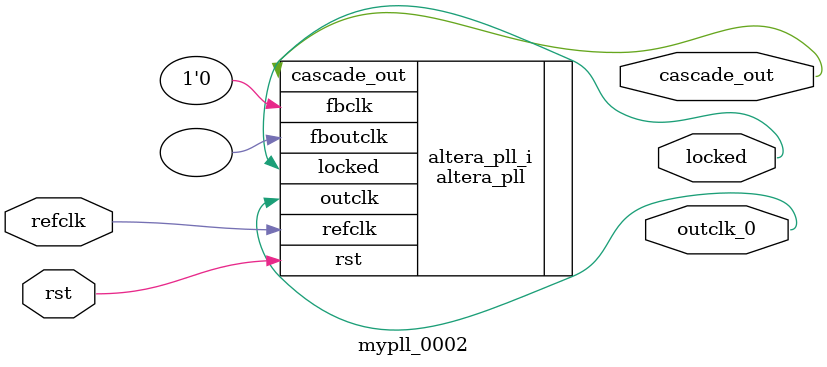
<source format=v>
`timescale 1ns/10ps
module  mypll_0002(

	// interface 'refclk'
	input wire refclk,

	// interface 'reset'
	input wire rst,

	// interface 'outclk0'
	output wire outclk_0,

	// interface 'locked'
	output wire locked,

	// interface 'cascade_out'
	output wire cascade_out
);

	altera_pll #(
		.fractional_vco_multiplier("false"),
		.reference_clock_frequency("50.0 MHz"),
		.pll_fractional_cout(32),
		.pll_dsm_out_sel("1st_order"),
		.operation_mode("direct"),
		.number_of_clocks(1),
		.output_clock_frequency0("12.000000 MHz"),
		.phase_shift0("0 ps"),
		.duty_cycle0(50),
		.output_clock_frequency1("0 MHz"),
		.phase_shift1("0 ps"),
		.duty_cycle1(50),
		.output_clock_frequency2("0 MHz"),
		.phase_shift2("0 ps"),
		.duty_cycle2(50),
		.output_clock_frequency3("0 MHz"),
		.phase_shift3("0 ps"),
		.duty_cycle3(50),
		.output_clock_frequency4("0 MHz"),
		.phase_shift4("0 ps"),
		.duty_cycle4(50),
		.output_clock_frequency5("0 MHz"),
		.phase_shift5("0 ps"),
		.duty_cycle5(50),
		.output_clock_frequency6("0 MHz"),
		.phase_shift6("0 ps"),
		.duty_cycle6(50),
		.output_clock_frequency7("0 MHz"),
		.phase_shift7("0 ps"),
		.duty_cycle7(50),
		.output_clock_frequency8("0 MHz"),
		.phase_shift8("0 ps"),
		.duty_cycle8(50),
		.output_clock_frequency9("0 MHz"),
		.phase_shift9("0 ps"),
		.duty_cycle9(50),
		.output_clock_frequency10("0 MHz"),
		.phase_shift10("0 ps"),
		.duty_cycle10(50),
		.output_clock_frequency11("0 MHz"),
		.phase_shift11("0 ps"),
		.duty_cycle11(50),
		.output_clock_frequency12("0 MHz"),
		.phase_shift12("0 ps"),
		.duty_cycle12(50),
		.output_clock_frequency13("0 MHz"),
		.phase_shift13("0 ps"),
		.duty_cycle13(50),
		.output_clock_frequency14("0 MHz"),
		.phase_shift14("0 ps"),
		.duty_cycle14(50),
		.output_clock_frequency15("0 MHz"),
		.phase_shift15("0 ps"),
		.duty_cycle15(50),
		.output_clock_frequency16("0 MHz"),
		.phase_shift16("0 ps"),
		.duty_cycle16(50),
		.output_clock_frequency17("0 MHz"),
		.phase_shift17("0 ps"),
		.duty_cycle17(50),
		.pll_type("Cyclone V"),
		.pll_subtype("General"),
		.m_cnt_hi_div(3),
		.m_cnt_lo_div(3),
		.n_cnt_hi_div(256),
		.n_cnt_lo_div(256),
		.m_cnt_bypass_en("false"),
		.n_cnt_bypass_en("true"),
		.m_cnt_odd_div_duty_en("false"),
		.n_cnt_odd_div_duty_en("false"),
		.c_cnt_hi_div0(13),
		.c_cnt_lo_div0(12),
		.c_cnt_prst0(1),
		.c_cnt_ph_mux_prst0(0),
		.c_cnt_in_src0("ph_mux_clk"),
		.c_cnt_bypass_en0("false"),
		.c_cnt_odd_div_duty_en0("true"),
		.c_cnt_hi_div1(1),
		.c_cnt_lo_div1(1),
		.c_cnt_prst1(1),
		.c_cnt_ph_mux_prst1(0),
		.c_cnt_in_src1("ph_mux_clk"),
		.c_cnt_bypass_en1("true"),
		.c_cnt_odd_div_duty_en1("false"),
		.c_cnt_hi_div2(1),
		.c_cnt_lo_div2(1),
		.c_cnt_prst2(1),
		.c_cnt_ph_mux_prst2(0),
		.c_cnt_in_src2("ph_mux_clk"),
		.c_cnt_bypass_en2("true"),
		.c_cnt_odd_div_duty_en2("false"),
		.c_cnt_hi_div3(1),
		.c_cnt_lo_div3(1),
		.c_cnt_prst3(1),
		.c_cnt_ph_mux_prst3(0),
		.c_cnt_in_src3("ph_mux_clk"),
		.c_cnt_bypass_en3("true"),
		.c_cnt_odd_div_duty_en3("false"),
		.c_cnt_hi_div4(1),
		.c_cnt_lo_div4(1),
		.c_cnt_prst4(1),
		.c_cnt_ph_mux_prst4(0),
		.c_cnt_in_src4("ph_mux_clk"),
		.c_cnt_bypass_en4("true"),
		.c_cnt_odd_div_duty_en4("false"),
		.c_cnt_hi_div5(1),
		.c_cnt_lo_div5(1),
		.c_cnt_prst5(1),
		.c_cnt_ph_mux_prst5(0),
		.c_cnt_in_src5("ph_mux_clk"),
		.c_cnt_bypass_en5("true"),
		.c_cnt_odd_div_duty_en5("false"),
		.c_cnt_hi_div6(1),
		.c_cnt_lo_div6(1),
		.c_cnt_prst6(1),
		.c_cnt_ph_mux_prst6(0),
		.c_cnt_in_src6("ph_mux_clk"),
		.c_cnt_bypass_en6("true"),
		.c_cnt_odd_div_duty_en6("false"),
		.c_cnt_hi_div7(1),
		.c_cnt_lo_div7(1),
		.c_cnt_prst7(1),
		.c_cnt_ph_mux_prst7(0),
		.c_cnt_in_src7("ph_mux_clk"),
		.c_cnt_bypass_en7("true"),
		.c_cnt_odd_div_duty_en7("false"),
		.c_cnt_hi_div8(1),
		.c_cnt_lo_div8(1),
		.c_cnt_prst8(1),
		.c_cnt_ph_mux_prst8(0),
		.c_cnt_in_src8("ph_mux_clk"),
		.c_cnt_bypass_en8("true"),
		.c_cnt_odd_div_duty_en8("false"),
		.c_cnt_hi_div9(1),
		.c_cnt_lo_div9(1),
		.c_cnt_prst9(1),
		.c_cnt_ph_mux_prst9(0),
		.c_cnt_in_src9("ph_mux_clk"),
		.c_cnt_bypass_en9("true"),
		.c_cnt_odd_div_duty_en9("false"),
		.c_cnt_hi_div10(1),
		.c_cnt_lo_div10(1),
		.c_cnt_prst10(1),
		.c_cnt_ph_mux_prst10(0),
		.c_cnt_in_src10("ph_mux_clk"),
		.c_cnt_bypass_en10("true"),
		.c_cnt_odd_div_duty_en10("false"),
		.c_cnt_hi_div11(1),
		.c_cnt_lo_div11(1),
		.c_cnt_prst11(1),
		.c_cnt_ph_mux_prst11(0),
		.c_cnt_in_src11("ph_mux_clk"),
		.c_cnt_bypass_en11("true"),
		.c_cnt_odd_div_duty_en11("false"),
		.c_cnt_hi_div12(1),
		.c_cnt_lo_div12(1),
		.c_cnt_prst12(1),
		.c_cnt_ph_mux_prst12(0),
		.c_cnt_in_src12("ph_mux_clk"),
		.c_cnt_bypass_en12("true"),
		.c_cnt_odd_div_duty_en12("false"),
		.c_cnt_hi_div13(1),
		.c_cnt_lo_div13(1),
		.c_cnt_prst13(1),
		.c_cnt_ph_mux_prst13(0),
		.c_cnt_in_src13("ph_mux_clk"),
		.c_cnt_bypass_en13("true"),
		.c_cnt_odd_div_duty_en13("false"),
		.c_cnt_hi_div14(1),
		.c_cnt_lo_div14(1),
		.c_cnt_prst14(1),
		.c_cnt_ph_mux_prst14(0),
		.c_cnt_in_src14("ph_mux_clk"),
		.c_cnt_bypass_en14("true"),
		.c_cnt_odd_div_duty_en14("false"),
		.c_cnt_hi_div15(1),
		.c_cnt_lo_div15(1),
		.c_cnt_prst15(1),
		.c_cnt_ph_mux_prst15(0),
		.c_cnt_in_src15("ph_mux_clk"),
		.c_cnt_bypass_en15("true"),
		.c_cnt_odd_div_duty_en15("false"),
		.c_cnt_hi_div16(1),
		.c_cnt_lo_div16(1),
		.c_cnt_prst16(1),
		.c_cnt_ph_mux_prst16(0),
		.c_cnt_in_src16("ph_mux_clk"),
		.c_cnt_bypass_en16("true"),
		.c_cnt_odd_div_duty_en16("false"),
		.c_cnt_hi_div17(1),
		.c_cnt_lo_div17(1),
		.c_cnt_prst17(1),
		.c_cnt_ph_mux_prst17(0),
		.c_cnt_in_src17("ph_mux_clk"),
		.c_cnt_bypass_en17("true"),
		.c_cnt_odd_div_duty_en17("false"),
		.pll_vco_div(2),
		.pll_cp_current(30),
		.pll_bwctrl(2000),
		.pll_output_clk_frequency("300.0 MHz"),
		.pll_fractional_division("1"),
		.mimic_fbclk_type("none"),
		.pll_fbclk_mux_1("glb"),
		.pll_fbclk_mux_2("m_cnt"),
		.pll_m_cnt_in_src("ph_mux_clk"),
		.pll_slf_rst("false")
	) altera_pll_i (
		.rst	(rst),
		.outclk	({outclk_0}),
		.locked	(locked),
		.fboutclk	( ),
		.fbclk	(1'b0),
		.refclk	(refclk),
		.cascade_out	(cascade_out)
	);
endmodule


</source>
